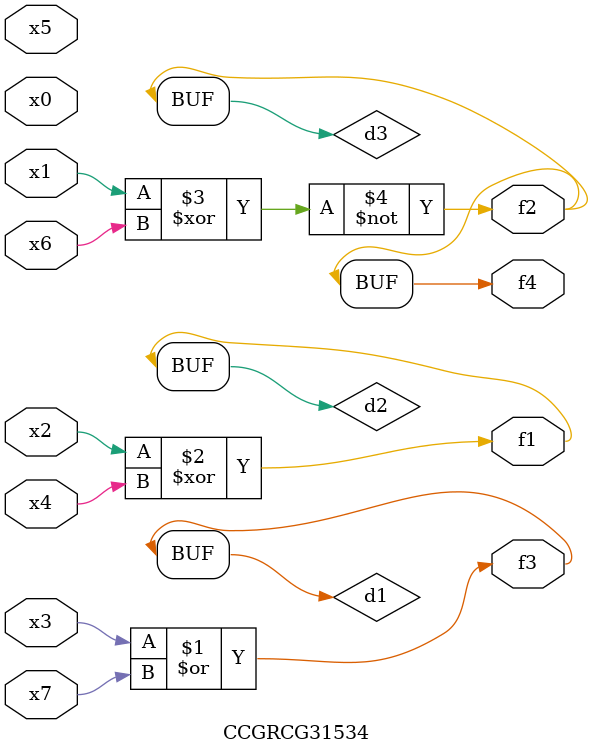
<source format=v>
module CCGRCG31534(
	input x0, x1, x2, x3, x4, x5, x6, x7,
	output f1, f2, f3, f4
);

	wire d1, d2, d3;

	or (d1, x3, x7);
	xor (d2, x2, x4);
	xnor (d3, x1, x6);
	assign f1 = d2;
	assign f2 = d3;
	assign f3 = d1;
	assign f4 = d3;
endmodule

</source>
